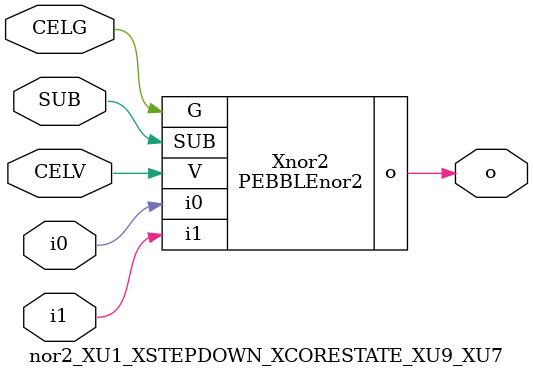
<source format=v>



module PEBBLEnor2 ( o, G, SUB, V, i0, i1 );

  input i0;
  input V;
  input i1;
  input G;
  output o;
  input SUB;
endmodule

//Celera Confidential Do Not Copy nor2_XU1_XSTEPDOWN_XCORESTATE_XU9_XU7
//Celera Confidential Symbol Generator
//nor2
module nor2_XU1_XSTEPDOWN_XCORESTATE_XU9_XU7 (CELV,CELG,i0,i1,o,SUB);
input CELV;
input CELG;
input i0;
input i1;
input SUB;
output o;

//Celera Confidential Do Not Copy nor2
PEBBLEnor2 Xnor2(
.V (CELV),
.i0 (i0),
.i1 (i1),
.o (o),
.SUB (SUB),
.G (CELG)
);
//,diesize,PEBBLEnor2

//Celera Confidential Do Not Copy Module End
//Celera Schematic Generator
endmodule

</source>
